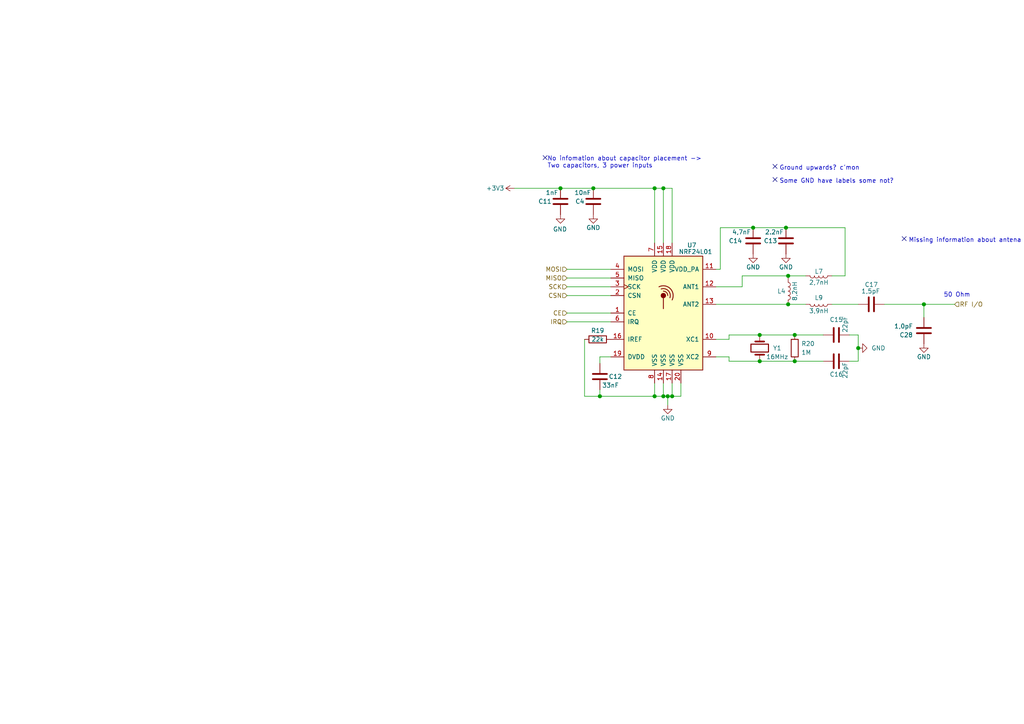
<source format=kicad_sch>
(kicad_sch (version 20210621) (generator eeschema)
  (paper "A4")
  (lib_symbols
    (symbol "Device:C" (pin_numbers hide) (pin_names (offset 0.254))
      (property "Reference" "C" (at 0.635 2.54 0))
      (property "Value" "C" (at 0.635 -2.54 0))
      (symbol "C_0_1"
        (polyline (pts (xy -2.032 -0.762) (xy 2.032 -0.762)) (stroke (width 0.508)))
        (polyline (pts (xy -2.032 0.762) (xy 2.032 0.762)) (stroke (width 0.508)))
      )
      (symbol "C_1_1"
        (pin passive line (at 0 3.81 270) (length 2.794) (name "~") (number "1"))
        (pin passive line (at 0 -3.81 90) (length 2.794) (name "~") (number "2"))
      )
    )
    (symbol "Device:Crystal" (pin_numbers hide) (pin_names (offset 1.016) hide)
      (property "Reference" "Y" (at 0 3.81 0))
      (property "Value" "Crystal" (at 0 -3.81 0))
      (symbol "Crystal_0_1"
        (rectangle (start -1.143 2.54) (end 1.143 -2.54) (stroke (width 0.3048)))
        (polyline (pts (xy -2.54 0) (xy -1.905 0)))
        (polyline (pts (xy -1.905 -1.27) (xy -1.905 1.27)) (stroke (width 0.508)))
        (polyline (pts (xy 1.905 -1.27) (xy 1.905 1.27)) (stroke (width 0.508)))
        (polyline (pts (xy 2.54 0) (xy 1.905 0)))
      )
      (symbol "Crystal_1_1"
        (pin passive line (at -3.81 0 0) (length 1.27) (name "1") (number "1"))
        (pin passive line (at 3.81 0 180) (length 1.27) (name "2") (number "2"))
      )
    )
    (symbol "Device:L" (pin_numbers hide) (pin_names (offset 1.016) hide)
      (property "Reference" "L" (at -1.27 0 90))
      (property "Value" "L" (at 1.905 0 90))
      (symbol "L_0_1"
        (arc (start 0 -2.54) (end 0 -1.27) (radius (at 0 -1.905) (length 0.635) (angles -89.9 89.9)))
        (arc (start 0 -1.27) (end 0 0) (radius (at 0 -0.635) (length 0.635) (angles -89.9 89.9)))
        (arc (start 0 0) (end 0 1.27) (radius (at 0 0.635) (length 0.635) (angles -89.9 89.9)))
        (arc (start 0 1.27) (end 0 2.54) (radius (at 0 1.905) (length 0.635) (angles -89.9 89.9)))
      )
      (symbol "L_1_1"
        (pin passive line (at 0 3.81 270) (length 1.27) (name "1") (number "1"))
        (pin passive line (at 0 -3.81 90) (length 1.27) (name "2") (number "2"))
      )
    )
    (symbol "Device:R" (pin_numbers hide) (pin_names (offset 0))
      (property "Reference" "R" (at 2.032 0 90))
      (property "Value" "R" (at 0 0 90))
      (symbol "R_0_1"
        (rectangle (start -1.016 -2.54) (end 1.016 2.54) (stroke (width 0.254)))
      )
      (symbol "R_1_1"
        (pin passive line (at 0 3.81 270) (length 1.27) (name "~") (number "1"))
        (pin passive line (at 0 -3.81 90) (length 1.27) (name "~") (number "2"))
      )
    )
    (symbol "RF:NRF24L01" (pin_names (offset 1.016))
      (property "Reference" "U" (at -11.43 17.78 0))
      (property "Value" "NRF24L01" (at 5.08 17.78 0))
      (symbol "NRF24L01_0_1"
        (arc (start -1.27 7.62) (end 2.54 3.81) (radius (at 0 5.08) (length 2.8448) (angles 116.6 -26.6)) (stroke (width 0.254)))
        (arc (start 0 6.35) (end 1.27 5.08) (radius (at 0 5.1054) (length 1.2446) (angles 90 -1.1)) (stroke (width 0.254)))
        (arc (start -0.635 6.985) (end 1.905 4.445) (radius (at 0 5.1054) (length 1.9812) (angles 108.7 -19.1)) (stroke (width 0.254)))
        (circle (center 0 5.08) (radius 0.635) (stroke (width 0.254)) (fill (type outline)))
        (rectangle (start 11.43 -13.97) (end 11.43 -13.97))
        (rectangle (start -11.43 16.51) (end 11.43 -16.51) (stroke (width 0.254)) (fill (type background)))
        (polyline (pts (xy 0 4.445) (xy 0 1.27)) (stroke (width 0.254)))
      )
      (symbol "NRF24L01_1_1"
        (pin input line (at -15.24 0 0) (length 3.81) (name "CE") (number "1"))
        (pin passive line (at 15.24 -7.62 180) (length 3.81) (name "XC1") (number "10"))
        (pin power_out line (at 15.24 12.7 180) (length 3.81) (name "VDD_PA") (number "11"))
        (pin passive line (at 15.24 7.62 180) (length 3.81) (name "ANT1") (number "12"))
        (pin passive line (at 15.24 2.54 180) (length 3.81) (name "ANT2") (number "13"))
        (pin power_in line (at 0 -20.32 90) (length 3.81) (name "VSS") (number "14"))
        (pin power_in line (at 0 20.32 270) (length 3.81) (name "VDD") (number "15"))
        (pin passive line (at -15.24 -7.62 0) (length 3.81) (name "IREF") (number "16"))
        (pin power_in line (at 2.54 -20.32 90) (length 3.81) (name "VSS") (number "17"))
        (pin power_in line (at 2.54 20.32 270) (length 3.81) (name "VDD") (number "18"))
        (pin power_out line (at -15.24 -12.7 0) (length 3.81) (name "DVDD") (number "19"))
        (pin input line (at -15.24 5.08 0) (length 3.81) (name "CSN") (number "2"))
        (pin power_in line (at 5.08 -20.32 90) (length 3.81) (name "VSS") (number "20"))
        (pin input clock (at -15.24 7.62 0) (length 3.81) (name "SCK") (number "3"))
        (pin input line (at -15.24 12.7 0) (length 3.81) (name "MOSI") (number "4"))
        (pin output line (at -15.24 10.16 0) (length 3.81) (name "MISO") (number "5"))
        (pin output line (at -15.24 -2.54 0) (length 3.81) (name "IRQ") (number "6"))
        (pin power_in line (at -2.54 20.32 270) (length 3.81) (name "VDD") (number "7"))
        (pin power_in line (at -2.54 -20.32 90) (length 3.81) (name "VSS") (number "8"))
        (pin passive line (at 15.24 -12.7 180) (length 3.81) (name "XC2") (number "9"))
      )
    )
    (symbol "power:+3V3" (power) (pin_names (offset 0))
      (property "Value" "+3V3" (at 0 3.556 0))
      (symbol "+3V3_0_1"
        (polyline (pts (xy -0.762 1.27) (xy 0 2.54)))
        (polyline (pts (xy 0 0) (xy 0 2.54)))
        (polyline (pts (xy 0 2.54) (xy 0.762 1.27)))
      )
      (symbol "+3V3_1_1"
        (pin power_in line (at 0 0 90) (length 0) hide (name "+3V3") (number "1"))
      )
    )
    (symbol "power:GND" (power) (pin_names (offset 0))
      (property "Value" "GND" (at 0 -3.81 0))
      (symbol "GND_0_1"
        (polyline (pts (xy 0 0) (xy 0 -1.27) (xy 1.27 -1.27) (xy 0 -2.54) (xy -1.27 -1.27) (xy 0 -1.27)))
      )
      (symbol "GND_1_1"
        (pin power_in line (at 0 0 270) (length 0) hide (name "GND") (number "1"))
      )
    )
  )
  (junction (at 162.56 54.61) (diameter 1.016))
  (junction (at 172.085 54.61) (diameter 1.016))
  (junction (at 173.99 114.935) (diameter 1.016))
  (junction (at 189.865 54.61) (diameter 1.016))
  (junction (at 189.865 114.935) (diameter 1.016))
  (junction (at 192.405 54.61) (diameter 1.016))
  (junction (at 192.405 114.935) (diameter 1.016))
  (junction (at 193.675 114.935) (diameter 1.016))
  (junction (at 194.945 114.935) (diameter 1.016))
  (junction (at 218.44 66.04) (diameter 1.016))
  (junction (at 220.345 97.155) (diameter 1.016))
  (junction (at 220.345 104.775) (diameter 1.016))
  (junction (at 227.965 66.04) (diameter 1.016))
  (junction (at 228.6 80.01) (diameter 1.016))
  (junction (at 228.6 88.265) (diameter 1.016))
  (junction (at 230.505 97.155) (diameter 1.016))
  (junction (at 230.505 104.775) (diameter 1.016))
  (junction (at 248.92 100.965) (diameter 1.016))
  (junction (at 267.97 88.265) (diameter 1.016))
  (no_connect (at 158.115 45.72))
  (no_connect (at 224.79 48.26))
  (no_connect (at 224.79 52.07))
  (no_connect (at 262.255 69.215))
  (wire (pts (xy 149.225 54.61) (xy 162.56 54.61)))
  (wire (pts (xy 162.56 54.61) (xy 172.085 54.61)))
  (wire (pts (xy 164.465 78.105) (xy 177.165 78.105)))
  (wire (pts (xy 164.465 80.645) (xy 177.165 80.645)))
  (wire (pts (xy 164.465 83.185) (xy 177.165 83.185)))
  (wire (pts (xy 164.465 85.725) (xy 177.165 85.725)))
  (wire (pts (xy 164.465 90.805) (xy 177.165 90.805)))
  (wire (pts (xy 164.465 93.345) (xy 177.165 93.345)))
  (wire (pts (xy 169.545 114.935) (xy 169.545 98.425)))
  (wire (pts (xy 172.085 54.61) (xy 189.865 54.61)))
  (wire (pts (xy 173.99 103.505) (xy 177.165 103.505)))
  (wire (pts (xy 173.99 105.41) (xy 173.99 103.505)))
  (wire (pts (xy 173.99 113.03) (xy 173.99 114.935)))
  (wire (pts (xy 173.99 114.935) (xy 169.545 114.935)))
  (wire (pts (xy 173.99 114.935) (xy 189.865 114.935)))
  (wire (pts (xy 189.865 54.61) (xy 189.865 70.485)))
  (wire (pts (xy 189.865 54.61) (xy 192.405 54.61)))
  (wire (pts (xy 189.865 111.125) (xy 189.865 114.935)))
  (wire (pts (xy 189.865 114.935) (xy 192.405 114.935)))
  (wire (pts (xy 192.405 54.61) (xy 192.405 70.485)))
  (wire (pts (xy 192.405 54.61) (xy 194.945 54.61)))
  (wire (pts (xy 192.405 111.125) (xy 192.405 114.935)))
  (wire (pts (xy 192.405 114.935) (xy 193.675 114.935)))
  (wire (pts (xy 193.675 114.935) (xy 194.945 114.935)))
  (wire (pts (xy 193.675 117.475) (xy 193.675 114.935)))
  (wire (pts (xy 194.945 54.61) (xy 194.945 70.485)))
  (wire (pts (xy 194.945 111.125) (xy 194.945 114.935)))
  (wire (pts (xy 194.945 114.935) (xy 197.485 114.935)))
  (wire (pts (xy 197.485 114.935) (xy 197.485 111.125)))
  (wire (pts (xy 207.645 78.105) (xy 208.915 78.105)))
  (wire (pts (xy 207.645 83.185) (xy 215.265 83.185)))
  (wire (pts (xy 207.645 88.265) (xy 228.6 88.265)))
  (wire (pts (xy 208.915 66.04) (xy 208.915 78.105)))
  (wire (pts (xy 211.455 97.155) (xy 211.455 98.425)))
  (wire (pts (xy 211.455 97.155) (xy 220.345 97.155)))
  (wire (pts (xy 211.455 98.425) (xy 207.645 98.425)))
  (wire (pts (xy 211.455 103.505) (xy 207.645 103.505)))
  (wire (pts (xy 211.455 104.775) (xy 211.455 103.505)))
  (wire (pts (xy 211.455 104.775) (xy 220.345 104.775)))
  (wire (pts (xy 215.265 80.01) (xy 228.6 80.01)))
  (wire (pts (xy 215.265 83.185) (xy 215.265 80.01)))
  (wire (pts (xy 218.44 66.04) (xy 208.915 66.04)))
  (wire (pts (xy 227.965 66.04) (xy 218.44 66.04)))
  (wire (pts (xy 228.6 80.01) (xy 228.6 80.645)))
  (wire (pts (xy 228.6 88.265) (xy 233.68 88.265)))
  (wire (pts (xy 230.505 97.155) (xy 220.345 97.155)))
  (wire (pts (xy 230.505 97.155) (xy 238.76 97.155)))
  (wire (pts (xy 230.505 104.775) (xy 220.345 104.775)))
  (wire (pts (xy 230.505 104.775) (xy 238.76 104.775)))
  (wire (pts (xy 233.68 80.01) (xy 228.6 80.01)))
  (wire (pts (xy 241.3 80.01) (xy 245.11 80.01)))
  (wire (pts (xy 241.3 88.265) (xy 248.92 88.265)))
  (wire (pts (xy 245.11 66.04) (xy 227.965 66.04)))
  (wire (pts (xy 245.11 66.04) (xy 245.11 80.01)))
  (wire (pts (xy 246.38 97.155) (xy 248.92 97.155)))
  (wire (pts (xy 248.92 97.155) (xy 248.92 100.965)))
  (wire (pts (xy 248.92 100.965) (xy 248.92 104.775)))
  (wire (pts (xy 248.92 104.775) (xy 246.38 104.775)))
  (wire (pts (xy 256.54 88.265) (xy 267.97 88.265)))
  (wire (pts (xy 267.97 88.265) (xy 267.97 92.075)))
  (wire (pts (xy 267.97 88.265) (xy 276.86 88.265)))
  (text "No infomation about capacitor placement ->\nTwo capacitors, 3 power inputs\n" (at 158.75 48.895 0) (effects (font (size 1.27 1.27)) (justify left bottom)))
  (text "Ground upwards? c'mon" (at 226.06 49.53 0) (effects (font (size 1.27 1.27)) (justify left bottom)))
  (text "Some GND have labels some not?" (at 226.06 53.34 0) (effects (font (size 1.27 1.27)) (justify left bottom)))
  (text "Missing information about antena routing" (at 263.525 70.485 0) (effects (font (size 1.27 1.27)) (justify left bottom)))
  (text "50 Ohm" (at 273.685 86.36 0) (effects (font (size 1.27 1.27)) (justify left bottom)))
  (hierarchical_label "MOSI" (shape input) (at 164.465 78.105 180))
  (hierarchical_label "MISO" (shape input) (at 164.465 80.645 180))
  (hierarchical_label "SCK" (shape input) (at 164.465 83.185 180))
  (hierarchical_label "CSN" (shape input) (at 164.465 85.725 180))
  (hierarchical_label "CE" (shape input) (at 164.465 90.805 180))
  (hierarchical_label "IRQ" (shape input) (at 164.465 93.345 180))
  (hierarchical_label "RF I{slash}O" (shape input) (at 276.86 88.265 0))
  (symbol (lib_id "power:+3V3") (at 149.225 54.61 90) (unit 1)
    (property "Reference" "#PWR0153" (effects hide))
    (property "Value" "+3V3" (at 140.97 54.6099 90) (effects (justify right)))
  )
  (symbol (lib_id "power:GND") (at 162.56 62.23 0) (unit 1)
    (property "Reference" "#PWR0154" (effects hide))
    (property "Value" "GND" (at 164.465 66.4846 0) (effects (justify right)))
  )
  (symbol (lib_id "power:GND") (at 172.085 62.23 0) (unit 1)
    (property "Reference" "#PWR0110" (effects hide))
    (property "Value" "GND" (at 172.085 66.04 0))
  )
  (symbol (lib_id "power:GND") (at 193.675 117.475 0) (unit 1)
    (property "Reference" "#PWR0109" (effects hide))
    (property "Value" "GND" (at 193.675 121.285 0))
  )
  (symbol (lib_id "power:GND") (at 218.44 73.66 0) (unit 1)
    (property "Reference" "#PWR0155" (effects hide))
    (property "Value" "GND" (at 218.44 77.47 0))
  )
  (symbol (lib_id "power:GND") (at 227.965 73.66 0) (unit 1)
    (property "Reference" "#PWR0115" (effects hide))
    (property "Value" "GND" (at 227.965 77.47 0))
  )
  (symbol (lib_id "power:GND") (at 248.92 100.965 90) (unit 1)
    (property "Reference" "#PWR0113" (effects hide))
    (property "Value" "GND" (at 252.73 100.9649 90) (effects (justify right)))
  )
  (symbol (lib_id "power:GND") (at 267.97 99.695 0) (unit 1)
    (property "Reference" "#PWR0156" (effects hide))
    (property "Value" "GND" (at 267.97 103.505 0))
  )
  (symbol (lib_id "Device:L") (at 228.6 84.455 0) (unit 1)
    (property "Reference" "L4" (at 225.425 84.4549 0) (effects (justify left)))
    (property "Value" "8,2nH" (at 230.505 84.455 90))
  )
  (symbol (lib_id "Device:L") (at 237.49 80.01 270) (unit 1)
    (property "Reference" "L7" (at 237.49 78.74 90))
    (property "Value" "2,7nH" (at 237.49 81.915 90))
  )
  (symbol (lib_id "Device:L") (at 237.49 88.265 270) (unit 1)
    (property "Reference" "L9" (at 237.49 86.36 90))
    (property "Value" "3,9nH" (at 237.49 90.17 90))
  )
  (symbol (lib_id "Device:R") (at 173.355 98.425 90) (unit 1)
    (property "Reference" "R19" (at 173.355 95.885 90))
    (property "Value" "22k" (at 173.355 98.425 90))
    (property "Footprint" "Resistor_SMD:R_0603_1608Metric" (effects hide))
  )
  (symbol (lib_id "Device:R") (at 230.505 100.965 0) (unit 1)
    (property "Reference" "R20" (at 232.41 99.6949 0) (effects (justify left)))
    (property "Value" "1M" (at 232.41 102.2349 0) (effects (justify left)))
    (property "Footprint" "Resistor_SMD:R_0603_1608Metric" (effects hide))
  )
  (symbol (lib_id "Device:C") (at 162.56 58.42 180) (unit 1)
    (property "Reference" "C11" (at 160.02 58.4201 0) (effects (justify left)))
    (property "Value" "1nF" (at 161.925 55.88 0) (effects (justify left)))
    (property "Footprint" "Capacitor_SMD:C_0603_1608Metric" (effects hide))
  )
  (symbol (lib_id "Device:C") (at 172.085 58.42 180) (unit 1)
    (property "Reference" "C4" (at 169.545 58.4201 0) (effects (justify left)))
    (property "Value" "10nF" (at 171.45 55.88 0) (effects (justify left)))
    (property "Footprint" "Capacitor_SMD:C_0603_1608Metric" (effects hide))
  )
  (symbol (lib_id "Device:C") (at 173.99 109.22 0) (unit 1)
    (property "Reference" "C12" (at 176.53 109.2199 0) (effects (justify left)))
    (property "Value" "33nF" (at 174.625 111.76 0) (effects (justify left)))
    (property "Footprint" "Capacitor_SMD:C_0603_1608Metric" (effects hide))
  )
  (symbol (lib_id "Device:C") (at 218.44 69.85 180) (unit 1)
    (property "Reference" "C14" (at 215.265 69.8501 0) (effects (justify left)))
    (property "Value" "4,7nF" (at 217.805 67.31 0) (effects (justify left)))
    (property "Footprint" "Capacitor_SMD:C_0603_1608Metric" (effects hide))
  )
  (symbol (lib_id "Device:C") (at 227.965 69.85 180) (unit 1)
    (property "Reference" "C13" (at 225.425 69.8501 0) (effects (justify left)))
    (property "Value" "2.2nF" (at 227.33 67.31 0) (effects (justify left)))
    (property "Footprint" "Capacitor_SMD:C_0603_1608Metric" (effects hide))
  )
  (symbol (lib_id "Device:C") (at 242.57 97.155 90) (unit 1)
    (property "Reference" "C15" (at 242.57 92.71 90))
    (property "Value" "22pF" (at 245.11 96.52 0) (effects (justify left)))
    (property "Footprint" "Capacitor_SMD:C_0603_1608Metric" (effects hide))
  )
  (symbol (lib_id "Device:C") (at 242.57 104.775 90) (unit 1)
    (property "Reference" "C16" (at 242.57 108.585 90))
    (property "Value" "22pF" (at 245.11 109.855 0) (effects (justify left)))
    (property "Footprint" "Capacitor_SMD:C_0603_1608Metric" (effects hide))
  )
  (symbol (lib_id "Device:C") (at 252.73 88.265 90) (unit 1)
    (property "Reference" "C17" (at 252.73 82.55 90))
    (property "Value" "1,5pF" (at 255.27 84.455 90) (effects (justify left)))
    (property "Footprint" "Capacitor_SMD:C_0603_1608Metric" (effects hide))
  )
  (symbol (lib_id "Device:C") (at 267.97 95.885 0) (unit 1)
    (property "Reference" "C28" (at 264.795 97.1551 0) (effects (justify right)))
    (property "Value" "1,0pF" (at 264.795 94.6151 0) (effects (justify right)))
    (property "Footprint" "Capacitor_SMD:C_0603_1608Metric" (effects hide))
  )
  (symbol (lib_id "Device:Crystal") (at 220.345 100.965 90) (unit 1)
    (property "Reference" "Y1" (at 224.155 100.9649 90) (effects (justify right)))
    (property "Value" "16MHz" (at 225.425 103.505 90))
  )
  (symbol (lib_id "RF:NRF24L01") (at 192.405 90.805 0) (unit 1)
    (property "Reference" "U7" (at 200.66 71.12 0))
    (property "Value" "NRF24L01" (at 196.85 73.025 0) (effects (justify left)))
    (property "Footprint" "Package_DFN_QFN:QFN-20-1EP_4x4mm_P0.5mm_EP2.5x2.5mm" (effects hide))
    (property "Datasheet" "http://www.nordicsemi.com/eng/content/download/2730/34105/file/nRF24L01_Product_Specification_v2_0.pdf" (effects hide))
  )
)
</source>
